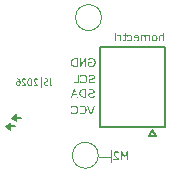
<source format=gbr>
%TF.GenerationSoftware,KiCad,Pcbnew,8.0.3*%
%TF.CreationDate,2026-01-07T02:22:38-05:00*%
%TF.ProjectId,lux-module,6c75782d-6d6f-4647-956c-652e6b696361,A*%
%TF.SameCoordinates,Original*%
%TF.FileFunction,Legend,Bot*%
%TF.FilePolarity,Positive*%
%FSLAX46Y46*%
G04 Gerber Fmt 4.6, Leading zero omitted, Abs format (unit mm)*
G04 Created by KiCad (PCBNEW 8.0.3) date 2026-01-07 02:22:38*
%MOMM*%
%LPD*%
G01*
G04 APERTURE LIST*
%ADD10C,0.100000*%
%ADD11C,0.200000*%
%ADD12C,0.127000*%
G04 APERTURE END LIST*
D10*
X127110000Y-56960000D02*
X126680000Y-56670000D01*
X127110000Y-56370000D01*
X127110000Y-56960000D01*
G36*
X127110000Y-56960000D02*
G01*
X126680000Y-56670000D01*
X127110000Y-56370000D01*
X127110000Y-56960000D01*
G37*
X126570000Y-57670000D02*
X126140000Y-57380000D01*
X126570000Y-57080000D01*
X126570000Y-57670000D01*
G36*
X126570000Y-57670000D02*
G01*
X126140000Y-57380000D01*
X126570000Y-57080000D01*
X126570000Y-57670000D01*
G37*
D11*
X127000000Y-57370000D02*
X126600000Y-57370000D01*
X127540000Y-56660000D02*
X127140000Y-56660000D01*
D10*
X134070000Y-59850000D02*
G75*
G02*
X131870000Y-59850000I-1100000J0D01*
G01*
X131870000Y-59850000D02*
G75*
G02*
X134070000Y-59850000I1100000J0D01*
G01*
X135135752Y-60440000D02*
X135135752Y-59440000D01*
X134125752Y-59960000D02*
X135125752Y-59960000D01*
X134340000Y-48190000D02*
G75*
G02*
X132140000Y-48190000I-1100000J0D01*
G01*
X132140000Y-48190000D02*
G75*
G02*
X134340000Y-48190000I1100000J0D01*
G01*
G36*
X129295516Y-53202984D02*
G01*
X129211741Y-53202984D01*
X129211741Y-54133061D01*
X129295516Y-54133061D01*
X129295516Y-53202984D01*
G37*
G36*
X139221957Y-50201000D02*
G01*
X139312400Y-50201000D01*
X139312400Y-49899408D01*
X139313511Y-49863975D01*
X139316845Y-49830849D01*
X139324993Y-49796295D01*
X139332575Y-49780755D01*
X139357849Y-49755924D01*
X139367281Y-49751177D01*
X139400768Y-49742803D01*
X139425924Y-49741432D01*
X139461297Y-49745414D01*
X139495667Y-49756316D01*
X139503203Y-49759555D01*
X139535450Y-49775777D01*
X139566625Y-49795273D01*
X139580652Y-49805375D01*
X139580652Y-50201000D01*
X139671095Y-50201000D01*
X139671095Y-49456938D01*
X139580652Y-49456938D01*
X139580652Y-49727755D01*
X139551276Y-49705692D01*
X139521213Y-49687225D01*
X139493286Y-49673557D01*
X139458969Y-49661576D01*
X139423979Y-49655124D01*
X139400279Y-49653896D01*
X139364186Y-49656383D01*
X139327785Y-49665316D01*
X139296556Y-49680746D01*
X139267606Y-49705870D01*
X139247634Y-49734711D01*
X139233369Y-49769258D01*
X139225568Y-49804167D01*
X139222135Y-49843444D01*
X139221957Y-49855469D01*
X139221957Y-50201000D01*
G37*
G36*
X138855429Y-49654189D02*
G01*
X138895394Y-49658587D01*
X138932077Y-49668262D01*
X138965478Y-49683214D01*
X138995597Y-49703444D01*
X139022435Y-49728951D01*
X139041743Y-49753725D01*
X139060592Y-49786936D01*
X139074729Y-49823946D01*
X139082910Y-49857689D01*
X139087819Y-49894070D01*
X139089455Y-49933090D01*
X139088408Y-49964553D01*
X139084154Y-50001494D01*
X139076627Y-50035780D01*
X139063275Y-50073418D01*
X139045211Y-50107234D01*
X139022435Y-50137228D01*
X139009426Y-50150580D01*
X138980948Y-50173344D01*
X138949187Y-50190855D01*
X138914145Y-50203113D01*
X138875821Y-50210118D01*
X138841378Y-50211942D01*
X138827430Y-50211650D01*
X138787725Y-50207272D01*
X138751230Y-50197641D01*
X138717945Y-50182756D01*
X138687870Y-50162619D01*
X138661004Y-50137228D01*
X138641598Y-50112499D01*
X138622653Y-50079320D01*
X138608443Y-50042318D01*
X138600221Y-50008563D01*
X138595287Y-49972154D01*
X138593642Y-49933090D01*
X138686992Y-49933090D01*
X138687153Y-49945462D01*
X138689567Y-49980256D01*
X138696045Y-50016442D01*
X138708278Y-50051988D01*
X138728196Y-50084569D01*
X138744677Y-50101826D01*
X138773501Y-50121016D01*
X138807248Y-50132173D01*
X138841378Y-50135347D01*
X138863407Y-50134095D01*
X138899104Y-50125530D01*
X138929716Y-50108850D01*
X138955244Y-50084056D01*
X138962546Y-50073985D01*
X138978508Y-50042999D01*
X138989362Y-50006008D01*
X138994669Y-49968715D01*
X138996106Y-49933090D01*
X138995947Y-49920452D01*
X138993573Y-49885015D01*
X138987202Y-49848367D01*
X138975173Y-49812674D01*
X138955586Y-49780413D01*
X138939173Y-49763447D01*
X138910225Y-49744580D01*
X138876085Y-49733610D01*
X138841378Y-49730490D01*
X138819447Y-49731709D01*
X138783885Y-49740046D01*
X138753354Y-49756281D01*
X138727854Y-49780413D01*
X138718277Y-49793720D01*
X138702953Y-49825285D01*
X138693736Y-49858322D01*
X138688428Y-49896414D01*
X138686992Y-49933090D01*
X138593642Y-49933090D01*
X138594695Y-49901663D01*
X138598971Y-49864754D01*
X138606536Y-49830483D01*
X138619956Y-49792841D01*
X138638112Y-49758997D01*
X138661004Y-49728951D01*
X138674036Y-49715538D01*
X138702507Y-49692669D01*
X138734187Y-49675078D01*
X138769077Y-49662764D01*
X138807176Y-49655728D01*
X138841378Y-49653896D01*
X138855429Y-49654189D01*
G37*
G36*
X137673311Y-50201000D02*
G01*
X137763754Y-50201000D01*
X137763754Y-49899408D01*
X137764671Y-49863753D01*
X137767002Y-49833414D01*
X137773587Y-49798672D01*
X137780167Y-49782636D01*
X137803212Y-49756899D01*
X137811796Y-49751861D01*
X137844802Y-49742899D01*
X137871465Y-49741432D01*
X137907086Y-49745564D01*
X137940399Y-49756878D01*
X137947547Y-49760239D01*
X137978385Y-49777073D01*
X138009224Y-49797294D01*
X138023457Y-49807769D01*
X138021064Y-49833243D01*
X138020038Y-49861966D01*
X138020038Y-50201000D01*
X138110481Y-50201000D01*
X138110481Y-49899408D01*
X138111293Y-49865129D01*
X138113729Y-49832730D01*
X138120314Y-49798282D01*
X138126894Y-49782294D01*
X138149939Y-49756603D01*
X138158524Y-49751690D01*
X138193554Y-49742644D01*
X138218192Y-49741432D01*
X138253011Y-49745414D01*
X138285577Y-49756316D01*
X138292564Y-49759555D01*
X138322708Y-49775777D01*
X138352852Y-49795273D01*
X138366765Y-49805375D01*
X138366765Y-50201000D01*
X138457208Y-50201000D01*
X138457208Y-49664838D01*
X138366765Y-49664838D01*
X138366765Y-49724335D01*
X138337655Y-49703249D01*
X138305991Y-49684163D01*
X138282306Y-49672531D01*
X138249993Y-49661175D01*
X138216140Y-49655060D01*
X138192718Y-49653896D01*
X138156966Y-49656502D01*
X138122481Y-49665289D01*
X138099710Y-49675951D01*
X138071810Y-49696553D01*
X138048959Y-49725052D01*
X138042606Y-49736816D01*
X138012506Y-49714034D01*
X137983948Y-49695120D01*
X137951137Y-49677255D01*
X137942588Y-49673386D01*
X137907847Y-49661509D01*
X137871326Y-49655114D01*
X137845990Y-49653896D01*
X137809470Y-49656440D01*
X137773181Y-49665579D01*
X137742706Y-49681364D01*
X137715369Y-49707067D01*
X137696969Y-49736282D01*
X137683825Y-49770754D01*
X137676638Y-49805229D01*
X137673475Y-49843730D01*
X137673311Y-49855469D01*
X137673311Y-50201000D01*
G37*
G36*
X137303040Y-49654569D02*
G01*
X137337259Y-49658683D01*
X137375400Y-49668556D01*
X137410356Y-49683815D01*
X137442127Y-49704460D01*
X137470711Y-49730490D01*
X137491398Y-49755687D01*
X137511594Y-49789395D01*
X137526741Y-49826890D01*
X137535506Y-49861028D01*
X137540766Y-49897795D01*
X137542519Y-49937193D01*
X137541346Y-49969167D01*
X137536582Y-50006497D01*
X137528153Y-50040897D01*
X137513200Y-50078310D01*
X137492970Y-50111503D01*
X137467463Y-50140476D01*
X137442580Y-50161064D01*
X137408953Y-50181164D01*
X137371214Y-50196239D01*
X137336624Y-50204963D01*
X137299179Y-50210197D01*
X137258879Y-50211942D01*
X137229747Y-50210927D01*
X137195207Y-50206933D01*
X137158862Y-50199119D01*
X137135140Y-50192312D01*
X137100038Y-50180619D01*
X137065512Y-50167147D01*
X137065512Y-50069695D01*
X137070300Y-50069695D01*
X137086100Y-50081783D01*
X137117853Y-50099484D01*
X137149459Y-50113292D01*
X137156401Y-50115963D01*
X137191012Y-50126732D01*
X137225457Y-50133193D01*
X137259734Y-50135347D01*
X137267430Y-50135243D01*
X137301717Y-50132018D01*
X137335474Y-50123550D01*
X137367531Y-50108804D01*
X137394972Y-50088159D01*
X137396585Y-50086640D01*
X137419447Y-50058782D01*
X137435833Y-50026610D01*
X137441629Y-50009532D01*
X137448616Y-49974518D01*
X137450708Y-49938390D01*
X137054912Y-49938390D01*
X137054912Y-49890689D01*
X137055826Y-49872737D01*
X137142962Y-49872737D01*
X137450708Y-49872737D01*
X137449836Y-49865248D01*
X137441131Y-49830109D01*
X137425179Y-49798811D01*
X137401981Y-49771352D01*
X137387795Y-49759580D01*
X137355091Y-49742022D01*
X137320717Y-49733044D01*
X137286235Y-49730490D01*
X137277360Y-49730636D01*
X137240996Y-49734894D01*
X137207443Y-49746542D01*
X137178866Y-49767762D01*
X137174578Y-49772519D01*
X137155867Y-49802985D01*
X137146009Y-49836992D01*
X137142962Y-49872737D01*
X137055826Y-49872737D01*
X137056986Y-49849945D01*
X137063207Y-49812855D01*
X137073575Y-49779420D01*
X137090914Y-49745031D01*
X137113897Y-49715616D01*
X137137707Y-49694640D01*
X137169922Y-49675654D01*
X137206915Y-49662575D01*
X137242426Y-49656065D01*
X137281448Y-49653896D01*
X137303040Y-49654569D01*
G37*
G36*
X136524050Y-50167147D02*
G01*
X136557277Y-50181725D01*
X136591862Y-50194534D01*
X136609877Y-50200145D01*
X136643757Y-50207783D01*
X136679273Y-50211527D01*
X136696217Y-50211942D01*
X136731613Y-50210289D01*
X136768389Y-50204652D01*
X136802903Y-50195016D01*
X136834648Y-50181298D01*
X136865547Y-50161587D01*
X136886165Y-50143554D01*
X136910240Y-50115231D01*
X136928422Y-50084792D01*
X136940533Y-50056701D01*
X136950631Y-50022086D01*
X136956522Y-49988021D01*
X136959383Y-49951196D01*
X136959682Y-49933944D01*
X136957916Y-49894396D01*
X136952619Y-49857602D01*
X136943791Y-49823564D01*
X136928536Y-49786354D01*
X136908196Y-49753111D01*
X136887362Y-49728438D01*
X136858555Y-49703105D01*
X136826502Y-49683014D01*
X136791203Y-49668164D01*
X136752659Y-49658554D01*
X136718059Y-49654551D01*
X136696217Y-49653896D01*
X136661836Y-49655699D01*
X136627936Y-49661108D01*
X136605603Y-49666718D01*
X136570699Y-49677929D01*
X136538222Y-49691002D01*
X136524050Y-49697664D01*
X136524050Y-49796143D01*
X136528838Y-49796143D01*
X136557586Y-49776135D01*
X136589639Y-49758271D01*
X136614152Y-49747587D01*
X136646818Y-49737169D01*
X136681555Y-49731308D01*
X136699979Y-49730490D01*
X136736417Y-49733728D01*
X136772556Y-49745111D01*
X136803556Y-49764689D01*
X136821367Y-49782294D01*
X136840815Y-49811134D01*
X136854706Y-49846023D01*
X136862303Y-49881512D01*
X136865429Y-49915616D01*
X136865819Y-49933944D01*
X136864293Y-49968780D01*
X136858652Y-50005426D01*
X136847117Y-50042038D01*
X136830154Y-50073029D01*
X136822393Y-50083201D01*
X136795084Y-50108408D01*
X136762202Y-50125366D01*
X136728297Y-50133514D01*
X136699979Y-50135347D01*
X136665384Y-50132609D01*
X136644242Y-50128337D01*
X136611037Y-50117758D01*
X136593293Y-50109872D01*
X136562923Y-50092969D01*
X136556364Y-50088843D01*
X136528838Y-50069695D01*
X136524050Y-50069695D01*
X136524050Y-50167147D01*
G37*
G36*
X136132016Y-50196212D02*
G01*
X136165663Y-50203826D01*
X136187581Y-50207496D01*
X136222590Y-50211316D01*
X136241095Y-50211942D01*
X136279756Y-50209185D01*
X136313501Y-50200914D01*
X136345589Y-50185019D01*
X136366245Y-50167831D01*
X136386907Y-50138800D01*
X136399596Y-50105909D01*
X136406316Y-50071661D01*
X136408946Y-50032307D01*
X136408988Y-50026268D01*
X136408988Y-49741432D01*
X136470195Y-49741432D01*
X136470195Y-49664838D01*
X136408988Y-49664838D01*
X136408988Y-49511648D01*
X136318715Y-49511648D01*
X136318715Y-49664838D01*
X136132016Y-49664838D01*
X136132016Y-49741432D01*
X136318715Y-49741432D01*
X136318715Y-49987116D01*
X136318302Y-50022932D01*
X136316835Y-50053623D01*
X136308468Y-50087636D01*
X136303328Y-50098247D01*
X136279842Y-50123424D01*
X136274263Y-50126457D01*
X136239508Y-50134479D01*
X136217672Y-50135347D01*
X136183435Y-50130731D01*
X136171510Y-50127140D01*
X136138910Y-50114513D01*
X136136803Y-50113463D01*
X136132016Y-50113463D01*
X136132016Y-50196212D01*
G37*
G36*
X135690059Y-49763316D02*
G01*
X135694846Y-49763316D01*
X135729366Y-49755631D01*
X135734169Y-49754939D01*
X135769522Y-49752464D01*
X135778963Y-49752374D01*
X135815059Y-49755941D01*
X135850041Y-49766642D01*
X135859832Y-49771010D01*
X135891025Y-49787818D01*
X135921258Y-49808239D01*
X135934888Y-49818882D01*
X135934888Y-50201000D01*
X136025331Y-50201000D01*
X136025331Y-49664838D01*
X135934888Y-49664838D01*
X135934888Y-49743997D01*
X135905608Y-49721667D01*
X135875455Y-49701551D01*
X135845179Y-49685132D01*
X135840000Y-49682789D01*
X135806239Y-49671166D01*
X135771915Y-49665469D01*
X135755882Y-49664838D01*
X135721859Y-49666034D01*
X135690059Y-49670651D01*
X135690059Y-49763316D01*
G37*
G36*
X135516011Y-50201000D02*
G01*
X135606454Y-50201000D01*
X135606454Y-49456938D01*
X135516011Y-49456938D01*
X135516011Y-50201000D01*
G37*
G36*
X128585648Y-53934925D02*
G01*
X128586845Y-53950483D01*
X128590265Y-53961938D01*
X128596078Y-53968777D01*
X128603942Y-53971000D01*
X128947763Y-53971000D01*
X128959560Y-53969290D01*
X128968279Y-53963819D01*
X128973579Y-53952535D01*
X128975118Y-53934583D01*
X128974434Y-53917657D01*
X128971357Y-53904663D01*
X128965373Y-53893550D01*
X128955969Y-53881582D01*
X128835265Y-53755064D01*
X128810721Y-53727986D01*
X128787503Y-53700322D01*
X128768244Y-53674879D01*
X128748329Y-53644974D01*
X128731018Y-53613761D01*
X128729263Y-53610082D01*
X128716336Y-53577293D01*
X128711311Y-53557081D01*
X128707144Y-53522909D01*
X128706866Y-53512287D01*
X128712102Y-53477786D01*
X128713705Y-53473135D01*
X128730845Y-53443289D01*
X128733196Y-53440651D01*
X128761603Y-53420014D01*
X128765167Y-53418424D01*
X128798635Y-53410611D01*
X128809277Y-53410218D01*
X128843632Y-53413758D01*
X128861936Y-53419279D01*
X128893640Y-53433737D01*
X128902798Y-53438941D01*
X128931462Y-53458035D01*
X128932205Y-53458602D01*
X128949644Y-53467664D01*
X128955799Y-53465612D01*
X128960073Y-53459115D01*
X128962808Y-53446976D01*
X128963663Y-53428854D01*
X128963150Y-53415689D01*
X128961441Y-53406115D01*
X128958363Y-53398592D01*
X128950669Y-53389702D01*
X128930666Y-53375340D01*
X128899048Y-53359028D01*
X128895104Y-53357388D01*
X128862175Y-53346110D01*
X128848087Y-53342514D01*
X128813099Y-53337086D01*
X128793890Y-53336359D01*
X128759079Y-53338475D01*
X128723541Y-53346176D01*
X128714902Y-53349182D01*
X128683828Y-53364355D01*
X128658653Y-53384230D01*
X128637026Y-53411561D01*
X128625143Y-53436034D01*
X128616157Y-53470361D01*
X128614030Y-53498780D01*
X128615898Y-53534453D01*
X128619330Y-53558791D01*
X128628290Y-53591798D01*
X128641727Y-53623247D01*
X128659599Y-53655004D01*
X128679554Y-53684672D01*
X128691137Y-53700354D01*
X128713296Y-53728107D01*
X128736780Y-53755225D01*
X128760470Y-53781034D01*
X128776622Y-53797978D01*
X128875101Y-53899876D01*
X128604455Y-53899876D01*
X128596933Y-53902099D01*
X128590778Y-53908766D01*
X128586845Y-53919709D01*
X128585648Y-53934925D01*
G37*
G36*
X128310838Y-53338225D02*
G01*
X128347188Y-53345575D01*
X128381681Y-53359953D01*
X128401781Y-53372882D01*
X128428124Y-53396845D01*
X128449898Y-53426289D01*
X128451498Y-53428988D01*
X128467265Y-53460854D01*
X128478689Y-53493295D01*
X128487341Y-53529042D01*
X128491234Y-53551903D01*
X128495563Y-53587771D01*
X128498080Y-53625533D01*
X128498796Y-53660689D01*
X128498435Y-53689113D01*
X128496832Y-53725087D01*
X128493496Y-53762925D01*
X128488538Y-53797978D01*
X128481645Y-53830150D01*
X128470172Y-53865431D01*
X128453831Y-53898850D01*
X128444051Y-53913482D01*
X128419110Y-53940442D01*
X128389033Y-53960912D01*
X128359229Y-53972885D01*
X128325061Y-53979888D01*
X128290212Y-53981942D01*
X128256871Y-53980089D01*
X128220382Y-53972792D01*
X128185921Y-53958519D01*
X128165735Y-53945514D01*
X128139265Y-53921480D01*
X128117362Y-53892011D01*
X128115731Y-53889313D01*
X128099730Y-53857494D01*
X128088270Y-53825167D01*
X128079748Y-53789600D01*
X128075913Y-53766780D01*
X128071649Y-53730881D01*
X128069170Y-53692981D01*
X128068583Y-53663595D01*
X128153094Y-53663595D01*
X128153583Y-53695730D01*
X128155317Y-53730787D01*
X128157715Y-53756169D01*
X128163353Y-53790626D01*
X128167280Y-53807363D01*
X128178740Y-53840891D01*
X128183174Y-53850529D01*
X128203018Y-53879872D01*
X128208678Y-53885699D01*
X128238066Y-53904834D01*
X128251434Y-53909432D01*
X128285425Y-53913554D01*
X128311793Y-53911240D01*
X128344239Y-53899534D01*
X128363846Y-53884027D01*
X128384246Y-53854569D01*
X128389786Y-53842263D01*
X128400421Y-53808594D01*
X128406985Y-53774213D01*
X128408668Y-53761575D01*
X128411894Y-53727103D01*
X128413598Y-53692568D01*
X128414166Y-53654705D01*
X128413845Y-53628974D01*
X128412162Y-53591980D01*
X128409036Y-53556910D01*
X128407565Y-53545722D01*
X128400751Y-53511871D01*
X128389033Y-53477580D01*
X128372882Y-53448914D01*
X128348855Y-53424237D01*
X128317446Y-53409029D01*
X128282519Y-53404747D01*
X128275419Y-53404897D01*
X128240973Y-53410902D01*
X128237516Y-53412088D01*
X128207976Y-53430221D01*
X128202734Y-53435481D01*
X128183356Y-53464244D01*
X128176651Y-53479299D01*
X128166430Y-53513313D01*
X128160703Y-53544087D01*
X128156514Y-53579307D01*
X128155529Y-53591192D01*
X128153659Y-53627003D01*
X128153094Y-53663595D01*
X128068583Y-53663595D01*
X128068464Y-53657612D01*
X128068831Y-53629187D01*
X128070460Y-53593214D01*
X128073852Y-53555375D01*
X128078893Y-53520323D01*
X128085800Y-53488164D01*
X128097326Y-53452936D01*
X128113771Y-53419621D01*
X128123493Y-53404937D01*
X128148349Y-53377947D01*
X128178398Y-53357559D01*
X128208263Y-53345489D01*
X128242613Y-53338429D01*
X128277732Y-53336359D01*
X128310838Y-53338225D01*
G37*
G36*
X127592655Y-53934925D02*
G01*
X127593852Y-53950483D01*
X127597271Y-53961938D01*
X127603084Y-53968777D01*
X127610949Y-53971000D01*
X127954769Y-53971000D01*
X127966566Y-53969290D01*
X127975286Y-53963819D01*
X127980586Y-53952535D01*
X127982124Y-53934583D01*
X127981441Y-53917657D01*
X127978363Y-53904663D01*
X127972379Y-53893550D01*
X127962976Y-53881582D01*
X127842271Y-53755064D01*
X127817727Y-53727986D01*
X127794509Y-53700322D01*
X127775251Y-53674879D01*
X127755335Y-53644974D01*
X127738025Y-53613761D01*
X127736270Y-53610082D01*
X127723342Y-53577293D01*
X127718318Y-53557081D01*
X127714150Y-53522909D01*
X127713872Y-53512287D01*
X127719108Y-53477786D01*
X127720711Y-53473135D01*
X127737852Y-53443289D01*
X127740202Y-53440651D01*
X127768609Y-53420014D01*
X127772173Y-53418424D01*
X127805641Y-53410611D01*
X127816284Y-53410218D01*
X127850638Y-53413758D01*
X127868942Y-53419279D01*
X127900647Y-53433737D01*
X127909804Y-53438941D01*
X127938468Y-53458035D01*
X127939211Y-53458602D01*
X127956650Y-53467664D01*
X127962805Y-53465612D01*
X127967079Y-53459115D01*
X127969815Y-53446976D01*
X127970669Y-53428854D01*
X127970157Y-53415689D01*
X127968447Y-53406115D01*
X127965369Y-53398592D01*
X127957676Y-53389702D01*
X127937672Y-53375340D01*
X127906054Y-53359028D01*
X127902110Y-53357388D01*
X127869181Y-53346110D01*
X127855094Y-53342514D01*
X127820105Y-53337086D01*
X127800896Y-53336359D01*
X127766085Y-53338475D01*
X127730547Y-53346176D01*
X127721908Y-53349182D01*
X127690834Y-53364355D01*
X127665659Y-53384230D01*
X127644033Y-53411561D01*
X127632149Y-53436034D01*
X127623163Y-53470361D01*
X127621036Y-53498780D01*
X127622904Y-53534453D01*
X127626336Y-53558791D01*
X127635297Y-53591798D01*
X127648733Y-53623247D01*
X127666605Y-53655004D01*
X127686561Y-53684672D01*
X127698143Y-53700354D01*
X127720303Y-53728107D01*
X127743786Y-53755225D01*
X127767476Y-53781034D01*
X127783628Y-53797978D01*
X127882107Y-53899876D01*
X127611461Y-53899876D01*
X127603939Y-53902099D01*
X127597784Y-53908766D01*
X127593852Y-53919709D01*
X127592655Y-53934925D01*
G37*
G36*
X127252869Y-53337054D02*
G01*
X127288584Y-53341482D01*
X127323206Y-53350891D01*
X127330578Y-53353708D01*
X127362395Y-53369275D01*
X127391765Y-53390385D01*
X127395297Y-53393540D01*
X127419399Y-53419416D01*
X127439295Y-53449199D01*
X127442784Y-53455555D01*
X127458156Y-53488551D01*
X127469385Y-53521177D01*
X127472019Y-53530797D01*
X127479640Y-53565182D01*
X127484773Y-53600678D01*
X127485774Y-53610966D01*
X127488229Y-53646762D01*
X127489047Y-53682231D01*
X127488955Y-53696305D01*
X127487857Y-53731609D01*
X127485286Y-53767545D01*
X127485035Y-53770029D01*
X127480114Y-53805800D01*
X127472463Y-53840891D01*
X127463571Y-53868721D01*
X127448869Y-53900560D01*
X127436808Y-53919025D01*
X127412110Y-53944670D01*
X127392921Y-53957873D01*
X127360307Y-53972196D01*
X127325959Y-53979800D01*
X127291406Y-53981942D01*
X127268315Y-53981099D01*
X127231966Y-53975733D01*
X127197201Y-53964332D01*
X127187421Y-53959707D01*
X127156683Y-53940704D01*
X127131378Y-53917315D01*
X127126624Y-53911721D01*
X127106415Y-53881365D01*
X127092909Y-53849440D01*
X127089944Y-53839780D01*
X127082679Y-53805298D01*
X127080736Y-53776778D01*
X127164033Y-53776778D01*
X127164718Y-53792689D01*
X127171043Y-53826872D01*
X127175539Y-53840232D01*
X127192927Y-53870811D01*
X127201902Y-53881152D01*
X127230369Y-53901928D01*
X127248449Y-53909012D01*
X127283712Y-53913554D01*
X127303628Y-53912281D01*
X127336713Y-53902782D01*
X127351360Y-53893563D01*
X127374497Y-53866537D01*
X127375431Y-53864929D01*
X127389205Y-53832685D01*
X127397578Y-53799175D01*
X127402056Y-53767855D01*
X127404675Y-53731728D01*
X127405443Y-53694712D01*
X127377745Y-53678641D01*
X127345945Y-53665647D01*
X127344907Y-53665297D01*
X127311580Y-53656928D01*
X127310469Y-53656728D01*
X127276018Y-53653679D01*
X127257145Y-53654531D01*
X127222676Y-53662399D01*
X127216103Y-53665299D01*
X127187969Y-53687018D01*
X127182644Y-53694318D01*
X127169504Y-53726000D01*
X127166389Y-53742336D01*
X127164033Y-53776778D01*
X127080736Y-53776778D01*
X127080258Y-53769768D01*
X127080267Y-53767348D01*
X127082566Y-53732368D01*
X127089490Y-53697789D01*
X127100728Y-53668610D01*
X127120094Y-53640173D01*
X127144799Y-53618374D01*
X127176172Y-53601875D01*
X127189682Y-53597169D01*
X127225553Y-53589974D01*
X127261144Y-53588027D01*
X127271327Y-53588199D01*
X127305425Y-53591617D01*
X127310562Y-53592549D01*
X127344577Y-53601020D01*
X127345729Y-53601385D01*
X127378771Y-53614014D01*
X127406810Y-53628376D01*
X127405997Y-53611878D01*
X127402172Y-53576877D01*
X127395526Y-53542891D01*
X127393575Y-53535252D01*
X127382047Y-53501910D01*
X127365265Y-53470399D01*
X127363971Y-53468456D01*
X127341842Y-53442318D01*
X127312606Y-53420647D01*
X127304335Y-53416279D01*
X127269894Y-53405087D01*
X127235669Y-53402011D01*
X127226653Y-53402132D01*
X127192585Y-53405431D01*
X127161127Y-53412953D01*
X127139071Y-53420305D01*
X127124539Y-53423725D01*
X127117700Y-53421844D01*
X127113255Y-53416031D01*
X127111374Y-53405944D01*
X127111032Y-53391069D01*
X127111545Y-53379785D01*
X127113084Y-53371579D01*
X127115648Y-53364911D01*
X127120778Y-53359269D01*
X127134626Y-53352259D01*
X127160614Y-53344224D01*
X127194295Y-53338581D01*
X127195438Y-53338445D01*
X127230369Y-53336359D01*
X127252869Y-53337054D01*
G37*
G36*
X133213482Y-54757203D02*
G01*
X133217212Y-54793210D01*
X133227357Y-54826293D01*
X133232972Y-54838927D01*
X133251376Y-54869679D01*
X133274915Y-54896367D01*
X133287512Y-54907315D01*
X133318166Y-54928264D01*
X133349434Y-54944173D01*
X133377271Y-54954845D01*
X133411275Y-54963861D01*
X133445390Y-54969120D01*
X133482832Y-54971674D01*
X133500540Y-54971942D01*
X133538293Y-54971055D01*
X133574100Y-54968394D01*
X133612059Y-54963280D01*
X133639881Y-54957751D01*
X133674774Y-54948577D01*
X133710019Y-54937213D01*
X133745616Y-54923657D01*
X133765544Y-54915180D01*
X133765544Y-54796868D01*
X133758876Y-54796868D01*
X133730645Y-54816690D01*
X133700319Y-54834097D01*
X133667899Y-54849089D01*
X133633384Y-54861666D01*
X133598292Y-54871614D01*
X133564312Y-54878720D01*
X133527413Y-54883317D01*
X133499685Y-54884405D01*
X133462821Y-54882924D01*
X133425298Y-54877605D01*
X133388961Y-54866998D01*
X133361884Y-54853459D01*
X133333850Y-54829622D01*
X133316539Y-54798042D01*
X133312644Y-54770539D01*
X133316510Y-54736429D01*
X133331881Y-54705681D01*
X133336067Y-54701296D01*
X133365389Y-54681378D01*
X133398150Y-54668846D01*
X133406849Y-54666418D01*
X133441984Y-54658316D01*
X133477149Y-54652043D01*
X133484982Y-54650860D01*
X133520001Y-54645295D01*
X133553829Y-54639156D01*
X133574228Y-54635131D01*
X133608209Y-54626638D01*
X133643477Y-54614222D01*
X133678013Y-54596727D01*
X133706394Y-54575706D01*
X133715450Y-54566914D01*
X133737599Y-54537481D01*
X133752499Y-54503423D01*
X133759659Y-54469266D01*
X133761270Y-54441251D01*
X133757637Y-54403893D01*
X133746740Y-54369612D01*
X133728578Y-54338406D01*
X133703150Y-54310277D01*
X133685359Y-54295584D01*
X133655398Y-54276294D01*
X133622575Y-54260995D01*
X133586892Y-54249687D01*
X133548348Y-54242370D01*
X133514042Y-54239321D01*
X133492505Y-54238822D01*
X133455511Y-54239731D01*
X133420099Y-54242455D01*
X133382151Y-54247692D01*
X133354019Y-54253355D01*
X133319682Y-54262070D01*
X133284225Y-54273023D01*
X133251608Y-54285311D01*
X133242376Y-54289258D01*
X133242376Y-54402953D01*
X133249043Y-54402953D01*
X133280187Y-54381601D01*
X133313793Y-54364504D01*
X133348350Y-54351001D01*
X133356584Y-54348243D01*
X133390040Y-54338669D01*
X133423903Y-54331830D01*
X133458172Y-54327727D01*
X133492847Y-54326359D01*
X133529188Y-54328207D01*
X133565603Y-54334707D01*
X133600511Y-54347416D01*
X133615774Y-54355937D01*
X133642153Y-54378292D01*
X133659211Y-54409920D01*
X133662107Y-54432189D01*
X133657689Y-54467186D01*
X133641821Y-54498367D01*
X133639026Y-54501603D01*
X133609686Y-54522573D01*
X133575125Y-54535616D01*
X133557815Y-54540071D01*
X133523254Y-54546961D01*
X133487382Y-54553393D01*
X133470279Y-54556314D01*
X133436489Y-54562241D01*
X133400393Y-54569486D01*
X133374023Y-54575633D01*
X133340981Y-54585848D01*
X133307848Y-54600006D01*
X133276473Y-54619102D01*
X133253831Y-54638892D01*
X133232553Y-54668591D01*
X133220141Y-54700974D01*
X133214112Y-54738712D01*
X133213482Y-54757203D01*
G37*
G36*
X133064225Y-54961000D02*
G01*
X132883510Y-54961000D01*
X132871328Y-54960947D01*
X132836578Y-54960166D01*
X132799440Y-54958069D01*
X132761485Y-54954110D01*
X132724508Y-54947664D01*
X132717008Y-54945931D01*
X132680830Y-54935306D01*
X132646856Y-54921408D01*
X132615087Y-54904237D01*
X132597872Y-54892788D01*
X132569855Y-54870103D01*
X132544522Y-54844047D01*
X132521871Y-54814620D01*
X132501905Y-54781823D01*
X132487437Y-54751629D01*
X132474341Y-54714793D01*
X132465320Y-54676222D01*
X132460830Y-54641781D01*
X132459333Y-54606066D01*
X132459385Y-54604698D01*
X132559009Y-54604698D01*
X132559946Y-54634202D01*
X132564114Y-54670587D01*
X132572787Y-54707483D01*
X132585680Y-54740106D01*
X132590915Y-54750053D01*
X132611752Y-54780560D01*
X132637798Y-54806994D01*
X132665694Y-54827301D01*
X132693333Y-54842244D01*
X132725626Y-54854941D01*
X132759898Y-54863718D01*
X132772953Y-54866002D01*
X132807999Y-54870379D01*
X132842481Y-54872692D01*
X132879748Y-54873463D01*
X132969166Y-54873463D01*
X132969166Y-54337301D01*
X132879748Y-54337301D01*
X132871530Y-54337336D01*
X132836364Y-54338372D01*
X132800781Y-54341203D01*
X132765882Y-54346362D01*
X132742363Y-54351791D01*
X132708327Y-54363299D01*
X132675781Y-54378847D01*
X132658321Y-54389476D01*
X132630448Y-54411553D01*
X132607146Y-54437417D01*
X132588415Y-54467067D01*
X132574200Y-54500557D01*
X132565470Y-54533755D01*
X132560416Y-54570179D01*
X132559009Y-54604698D01*
X132459385Y-54604698D01*
X132460770Y-54568205D01*
X132465079Y-54532327D01*
X132472262Y-54498433D01*
X132484273Y-54461397D01*
X132500195Y-54427060D01*
X132510915Y-54408641D01*
X132532106Y-54378683D01*
X132556389Y-54351620D01*
X132583764Y-54327454D01*
X132614232Y-54306184D01*
X132619649Y-54302937D01*
X132652120Y-54286654D01*
X132685566Y-54274165D01*
X132718866Y-54264810D01*
X132739205Y-54260475D01*
X132776124Y-54255068D01*
X132812846Y-54251880D01*
X132847603Y-54250293D01*
X132885390Y-54249764D01*
X133064225Y-54249764D01*
X133064225Y-54961000D01*
G37*
G36*
X132392997Y-54961000D02*
G01*
X132296399Y-54961000D01*
X132226130Y-54764042D01*
X131916503Y-54764042D01*
X131846235Y-54961000D01*
X131744849Y-54961000D01*
X131849073Y-54676505D01*
X131945739Y-54676505D01*
X132197236Y-54676505D01*
X132071231Y-54332343D01*
X131945739Y-54676505D01*
X131849073Y-54676505D01*
X132005408Y-54249764D01*
X132132267Y-54249764D01*
X132392997Y-54961000D01*
G37*
G36*
X133263482Y-53547203D02*
G01*
X133267212Y-53583210D01*
X133277357Y-53616293D01*
X133282972Y-53628927D01*
X133301376Y-53659679D01*
X133324915Y-53686367D01*
X133337512Y-53697315D01*
X133368166Y-53718264D01*
X133399434Y-53734173D01*
X133427271Y-53744845D01*
X133461275Y-53753861D01*
X133495390Y-53759120D01*
X133532832Y-53761674D01*
X133550540Y-53761942D01*
X133588293Y-53761055D01*
X133624100Y-53758394D01*
X133662059Y-53753280D01*
X133689881Y-53747751D01*
X133724774Y-53738577D01*
X133760019Y-53727213D01*
X133795616Y-53713657D01*
X133815544Y-53705180D01*
X133815544Y-53586868D01*
X133808876Y-53586868D01*
X133780645Y-53606690D01*
X133750319Y-53624097D01*
X133717899Y-53639089D01*
X133683384Y-53651666D01*
X133648292Y-53661614D01*
X133614312Y-53668720D01*
X133577413Y-53673317D01*
X133549685Y-53674405D01*
X133512821Y-53672924D01*
X133475298Y-53667605D01*
X133438961Y-53656998D01*
X133411884Y-53643459D01*
X133383850Y-53619622D01*
X133366539Y-53588042D01*
X133362644Y-53560539D01*
X133366510Y-53526429D01*
X133381881Y-53495681D01*
X133386067Y-53491296D01*
X133415389Y-53471378D01*
X133448150Y-53458846D01*
X133456849Y-53456418D01*
X133491984Y-53448316D01*
X133527149Y-53442043D01*
X133534982Y-53440860D01*
X133570001Y-53435295D01*
X133603829Y-53429156D01*
X133624228Y-53425131D01*
X133658209Y-53416638D01*
X133693477Y-53404222D01*
X133728013Y-53386727D01*
X133756394Y-53365706D01*
X133765450Y-53356914D01*
X133787599Y-53327481D01*
X133802499Y-53293423D01*
X133809659Y-53259266D01*
X133811270Y-53231251D01*
X133807637Y-53193893D01*
X133796740Y-53159612D01*
X133778578Y-53128406D01*
X133753150Y-53100277D01*
X133735359Y-53085584D01*
X133705398Y-53066294D01*
X133672575Y-53050995D01*
X133636892Y-53039687D01*
X133598348Y-53032370D01*
X133564042Y-53029321D01*
X133542505Y-53028822D01*
X133505511Y-53029731D01*
X133470099Y-53032455D01*
X133432151Y-53037692D01*
X133404019Y-53043355D01*
X133369682Y-53052070D01*
X133334225Y-53063023D01*
X133301608Y-53075311D01*
X133292376Y-53079258D01*
X133292376Y-53192953D01*
X133299043Y-53192953D01*
X133330187Y-53171601D01*
X133363793Y-53154504D01*
X133398350Y-53141001D01*
X133406584Y-53138243D01*
X133440040Y-53128669D01*
X133473903Y-53121830D01*
X133508172Y-53117727D01*
X133542847Y-53116359D01*
X133579188Y-53118207D01*
X133615603Y-53124707D01*
X133650511Y-53137416D01*
X133665774Y-53145937D01*
X133692153Y-53168292D01*
X133709211Y-53199920D01*
X133712107Y-53222189D01*
X133707689Y-53257186D01*
X133691821Y-53288367D01*
X133689026Y-53291603D01*
X133659686Y-53312573D01*
X133625125Y-53325616D01*
X133607815Y-53330071D01*
X133573254Y-53336961D01*
X133537382Y-53343393D01*
X133520279Y-53346314D01*
X133486489Y-53352241D01*
X133450393Y-53359486D01*
X133424023Y-53365633D01*
X133390981Y-53375848D01*
X133357848Y-53390006D01*
X133326473Y-53409102D01*
X133303831Y-53428892D01*
X133282553Y-53458591D01*
X133270141Y-53490974D01*
X133264112Y-53528712D01*
X133263482Y-53547203D01*
G37*
G36*
X132561308Y-53697486D02*
G01*
X132593881Y-53711932D01*
X132609180Y-53719028D01*
X132641103Y-53731891D01*
X132665258Y-53740057D01*
X132699771Y-53749386D01*
X132728859Y-53755445D01*
X132764976Y-53760317D01*
X132799454Y-53761916D01*
X132804598Y-53761942D01*
X132842692Y-53760595D01*
X132879013Y-53756556D01*
X132913560Y-53749824D01*
X132946332Y-53740399D01*
X132980810Y-53726265D01*
X133012690Y-53708290D01*
X133041974Y-53686475D01*
X133057121Y-53672695D01*
X133081491Y-53645372D01*
X133102670Y-53614181D01*
X133118816Y-53583209D01*
X133129270Y-53557974D01*
X133140640Y-53521697D01*
X133147923Y-53487657D01*
X133152720Y-53451474D01*
X133155029Y-53413148D01*
X133155258Y-53396066D01*
X133154063Y-53358727D01*
X133150480Y-53323155D01*
X133144508Y-53289350D01*
X133134757Y-53252880D01*
X133130296Y-53239799D01*
X133116362Y-53206684D01*
X133099692Y-53176241D01*
X133077669Y-53145186D01*
X133058147Y-53123369D01*
X133030968Y-53099147D01*
X133000787Y-53078415D01*
X132967604Y-53061172D01*
X132947871Y-53053100D01*
X132914596Y-53042478D01*
X132879569Y-53034892D01*
X132842789Y-53030340D01*
X132804256Y-53028822D01*
X132768172Y-53030175D01*
X132732155Y-53034232D01*
X132696205Y-53040994D01*
X132689023Y-53042671D01*
X132655695Y-53052138D01*
X132620339Y-53064958D01*
X132587208Y-53079170D01*
X132561308Y-53091568D01*
X132561308Y-53203896D01*
X132568489Y-53203896D01*
X132598013Y-53182546D01*
X132627431Y-53164316D01*
X132660398Y-53147537D01*
X132685945Y-53137217D01*
X132719292Y-53127134D01*
X132753938Y-53120351D01*
X132789881Y-53116868D01*
X132810411Y-53116359D01*
X132846517Y-53118359D01*
X132883002Y-53125103D01*
X132908377Y-53133285D01*
X132939624Y-53148624D01*
X132968227Y-53169253D01*
X132985826Y-53185944D01*
X133008659Y-53214570D01*
X133025998Y-53245374D01*
X133037630Y-53273822D01*
X133047368Y-53308657D01*
X133053048Y-53342750D01*
X133055807Y-53379439D01*
X133056095Y-53396579D01*
X133054824Y-53431724D01*
X133050353Y-53468222D01*
X133041611Y-53505001D01*
X133035750Y-53521900D01*
X133020271Y-53555585D01*
X133002045Y-53584704D01*
X132983091Y-53607214D01*
X132956243Y-53630383D01*
X132926222Y-53648599D01*
X132904445Y-53657992D01*
X132870000Y-53667994D01*
X132834112Y-53673379D01*
X132809385Y-53674405D01*
X132771415Y-53672674D01*
X132734823Y-53667481D01*
X132699611Y-53658825D01*
X132680645Y-53652521D01*
X132647402Y-53638480D01*
X132615375Y-53620977D01*
X132584566Y-53600012D01*
X132567976Y-53586868D01*
X132561308Y-53586868D01*
X132561308Y-53697486D01*
G37*
G36*
X131977445Y-53751000D02*
G01*
X132430345Y-53751000D01*
X132430345Y-53039764D01*
X132335286Y-53039764D01*
X132335286Y-53663463D01*
X131977445Y-53663463D01*
X131977445Y-53751000D01*
G37*
G36*
X129957309Y-53796272D02*
G01*
X129958976Y-53831833D01*
X129963977Y-53864318D01*
X129975331Y-53897668D01*
X129987058Y-53916806D01*
X130013018Y-53940883D01*
X130030143Y-53950145D01*
X130064205Y-53959684D01*
X130096308Y-53961942D01*
X130122979Y-53959719D01*
X130147257Y-53954077D01*
X130166406Y-53946725D01*
X130177348Y-53939886D01*
X130181622Y-53934073D01*
X130184528Y-53927064D01*
X130186238Y-53916976D01*
X130186580Y-53902273D01*
X130185896Y-53884834D01*
X130183332Y-53873721D01*
X130178715Y-53867908D01*
X130172219Y-53866198D01*
X130162302Y-53869618D01*
X130147941Y-53877140D01*
X130128450Y-53884663D01*
X130102463Y-53888083D01*
X130074595Y-53883979D01*
X130055275Y-53868934D01*
X130043820Y-53838330D01*
X130040199Y-53804218D01*
X130039888Y-53787552D01*
X130039888Y-53342175D01*
X130038007Y-53336020D01*
X130031339Y-53331233D01*
X130018688Y-53328327D01*
X129998684Y-53327301D01*
X129978852Y-53328327D01*
X129966200Y-53331233D01*
X129959532Y-53336020D01*
X129957309Y-53342175D01*
X129957309Y-53796272D01*
G37*
G36*
X129460642Y-53776781D02*
G01*
X129463294Y-53811041D01*
X129472083Y-53844401D01*
X129476713Y-53855427D01*
X129494559Y-53885353D01*
X129517966Y-53910695D01*
X129521507Y-53913728D01*
X129550491Y-53933576D01*
X129583908Y-53948239D01*
X129588698Y-53949803D01*
X129623685Y-53958101D01*
X129658283Y-53961645D01*
X129672131Y-53961942D01*
X129707658Y-53960194D01*
X129730090Y-53956983D01*
X129764097Y-53949351D01*
X129777791Y-53945187D01*
X129810120Y-53932200D01*
X129812840Y-53930825D01*
X129832501Y-53918002D01*
X129840708Y-53903641D01*
X129843272Y-53879192D01*
X129842418Y-53861069D01*
X129839511Y-53849443D01*
X129834724Y-53843288D01*
X129827885Y-53841579D01*
X129808907Y-53849272D01*
X129778639Y-53865462D01*
X129777449Y-53866027D01*
X129744142Y-53878946D01*
X129731116Y-53882953D01*
X129695881Y-53889520D01*
X129668370Y-53890818D01*
X129633409Y-53887424D01*
X129618960Y-53883637D01*
X129587825Y-53868498D01*
X129580491Y-53862950D01*
X129558727Y-53836186D01*
X129555872Y-53830295D01*
X129547570Y-53796606D01*
X129547152Y-53786013D01*
X129553335Y-53751736D01*
X129559120Y-53740535D01*
X129582620Y-53713805D01*
X129590921Y-53707367D01*
X129620622Y-53688832D01*
X129635886Y-53681209D01*
X129667836Y-53666115D01*
X129687519Y-53656931D01*
X129718445Y-53641206D01*
X129738981Y-53629405D01*
X129768179Y-53608528D01*
X129783775Y-53594014D01*
X129805480Y-53565844D01*
X129815746Y-53546314D01*
X129825562Y-53512077D01*
X129827885Y-53480661D01*
X129824767Y-53445674D01*
X129814568Y-53412495D01*
X129813695Y-53410563D01*
X129795529Y-53380712D01*
X129774371Y-53359101D01*
X129744784Y-53339738D01*
X129714190Y-53327301D01*
X129680290Y-53319447D01*
X129643985Y-53316402D01*
X129638963Y-53316359D01*
X129603932Y-53318671D01*
X129597418Y-53319607D01*
X129563756Y-53326505D01*
X129557923Y-53328156D01*
X129525097Y-53340124D01*
X129506120Y-53350724D01*
X129500136Y-53357392D01*
X129497571Y-53364230D01*
X129496203Y-53374318D01*
X129495690Y-53389534D01*
X129496374Y-53405263D01*
X129498597Y-53416718D01*
X129502700Y-53423557D01*
X129508684Y-53425780D01*
X129525268Y-53419625D01*
X129552965Y-53405605D01*
X129586101Y-53392889D01*
X129591605Y-53391244D01*
X129626627Y-53385261D01*
X129641870Y-53384747D01*
X129677100Y-53388786D01*
X129687177Y-53391928D01*
X129717220Y-53409278D01*
X129718806Y-53410734D01*
X129737613Y-53438773D01*
X129743768Y-53472967D01*
X129737585Y-53506861D01*
X129731800Y-53518103D01*
X129709264Y-53543909D01*
X129699829Y-53551443D01*
X129669738Y-53570293D01*
X129654351Y-53578114D01*
X129622173Y-53593421D01*
X129602547Y-53602734D01*
X129571439Y-53618195D01*
X129550572Y-53629747D01*
X129522167Y-53649136D01*
X129505094Y-53664625D01*
X129483161Y-53692648D01*
X129472951Y-53712154D01*
X129462998Y-53746067D01*
X129460642Y-53776781D01*
G37*
G36*
X135986196Y-60231000D02*
G01*
X136081427Y-60231000D01*
X136081427Y-59617901D01*
X136280436Y-60034042D01*
X136337198Y-60034042D01*
X136534839Y-59617901D01*
X136534839Y-60231000D01*
X136623743Y-60231000D01*
X136623743Y-59519764D01*
X136493977Y-59519764D01*
X136303175Y-59914876D01*
X136118527Y-59519764D01*
X135986196Y-59519764D01*
X135986196Y-60231000D01*
G37*
G36*
X135332407Y-60231000D02*
G01*
X135817107Y-60231000D01*
X135817107Y-60125169D01*
X135788710Y-60101621D01*
X135760258Y-60078100D01*
X135731753Y-60054605D01*
X135715893Y-60041565D01*
X135687885Y-60018044D01*
X135660985Y-59994603D01*
X135635195Y-59971244D01*
X135621346Y-59958302D01*
X135593918Y-59932189D01*
X135569337Y-59907813D01*
X135543598Y-59880853D01*
X135518749Y-59852560D01*
X135497183Y-59824393D01*
X135495000Y-59821184D01*
X135476968Y-59788540D01*
X135465614Y-59754292D01*
X135460939Y-59718442D01*
X135460806Y-59711080D01*
X135465149Y-59676822D01*
X135479795Y-59645763D01*
X135497564Y-59626792D01*
X135529244Y-59608247D01*
X135565508Y-59598766D01*
X135600317Y-59596359D01*
X135637064Y-59598588D01*
X135673088Y-59604603D01*
X135695034Y-59609866D01*
X135729779Y-59620828D01*
X135763958Y-59635144D01*
X135794539Y-59651069D01*
X135799326Y-59651069D01*
X135799326Y-59552420D01*
X135765054Y-59538614D01*
X135732019Y-59528548D01*
X135708199Y-59522500D01*
X135672950Y-59515287D01*
X135638369Y-59510746D01*
X135601100Y-59508836D01*
X135597752Y-59508822D01*
X135558140Y-59510649D01*
X135521882Y-59516131D01*
X135483819Y-59527145D01*
X135450322Y-59543134D01*
X135425244Y-59560797D01*
X135400861Y-59585303D01*
X135380329Y-59617638D01*
X135367619Y-59654589D01*
X135362913Y-59690708D01*
X135362669Y-59701676D01*
X135364960Y-59738018D01*
X135371835Y-59772031D01*
X135373098Y-59776390D01*
X135385835Y-59810029D01*
X135403531Y-59841872D01*
X135423961Y-59870851D01*
X135446066Y-59897554D01*
X135447641Y-59899318D01*
X135471726Y-59925180D01*
X135497842Y-59951304D01*
X135508848Y-59961893D01*
X135534793Y-59986406D01*
X135561165Y-60010534D01*
X135587964Y-60034277D01*
X135615191Y-60057636D01*
X135642173Y-60080375D01*
X135671428Y-60104935D01*
X135699520Y-60128412D01*
X135717602Y-60143463D01*
X135332407Y-60143463D01*
X135332407Y-60231000D01*
G37*
G36*
X133139371Y-55649764D02*
G01*
X133399930Y-56361000D01*
X133526789Y-56361000D01*
X133787519Y-55649764D01*
X133685621Y-55649764D01*
X133460966Y-56275515D01*
X133236482Y-55649764D01*
X133139371Y-55649764D01*
G37*
G36*
X132481308Y-56307486D02*
G01*
X132513881Y-56321932D01*
X132529180Y-56329028D01*
X132561103Y-56341891D01*
X132585258Y-56350057D01*
X132619771Y-56359386D01*
X132648859Y-56365445D01*
X132684976Y-56370317D01*
X132719454Y-56371916D01*
X132724598Y-56371942D01*
X132762692Y-56370595D01*
X132799013Y-56366556D01*
X132833560Y-56359824D01*
X132866332Y-56350399D01*
X132900810Y-56336265D01*
X132932690Y-56318290D01*
X132961974Y-56296475D01*
X132977121Y-56282695D01*
X133001491Y-56255372D01*
X133022670Y-56224181D01*
X133038816Y-56193209D01*
X133049270Y-56167974D01*
X133060640Y-56131697D01*
X133067923Y-56097657D01*
X133072720Y-56061474D01*
X133075029Y-56023148D01*
X133075258Y-56006066D01*
X133074063Y-55968727D01*
X133070480Y-55933155D01*
X133064508Y-55899350D01*
X133054757Y-55862880D01*
X133050296Y-55849799D01*
X133036362Y-55816684D01*
X133019692Y-55786241D01*
X132997669Y-55755186D01*
X132978147Y-55733369D01*
X132950968Y-55709147D01*
X132920787Y-55688415D01*
X132887604Y-55671172D01*
X132867871Y-55663100D01*
X132834596Y-55652478D01*
X132799569Y-55644892D01*
X132762789Y-55640340D01*
X132724256Y-55638822D01*
X132688172Y-55640175D01*
X132652155Y-55644232D01*
X132616205Y-55650994D01*
X132609023Y-55652671D01*
X132575695Y-55662138D01*
X132540339Y-55674958D01*
X132507208Y-55689170D01*
X132481308Y-55701568D01*
X132481308Y-55813896D01*
X132488489Y-55813896D01*
X132518013Y-55792546D01*
X132547431Y-55774316D01*
X132580398Y-55757537D01*
X132605945Y-55747217D01*
X132639292Y-55737134D01*
X132673938Y-55730351D01*
X132709881Y-55726868D01*
X132730411Y-55726359D01*
X132766517Y-55728359D01*
X132803002Y-55735103D01*
X132828377Y-55743285D01*
X132859624Y-55758624D01*
X132888227Y-55779253D01*
X132905826Y-55795944D01*
X132928659Y-55824570D01*
X132945998Y-55855374D01*
X132957630Y-55883822D01*
X132967368Y-55918657D01*
X132973048Y-55952750D01*
X132975807Y-55989439D01*
X132976095Y-56006579D01*
X132974824Y-56041724D01*
X132970353Y-56078222D01*
X132961611Y-56115001D01*
X132955750Y-56131900D01*
X132940271Y-56165585D01*
X132922045Y-56194704D01*
X132903091Y-56217214D01*
X132876243Y-56240383D01*
X132846222Y-56258599D01*
X132824445Y-56267992D01*
X132790000Y-56277994D01*
X132754112Y-56283379D01*
X132729385Y-56284405D01*
X132691415Y-56282674D01*
X132654823Y-56277481D01*
X132619611Y-56268825D01*
X132600645Y-56262521D01*
X132567402Y-56248480D01*
X132535375Y-56230977D01*
X132504566Y-56210012D01*
X132487976Y-56196868D01*
X132481308Y-56196868D01*
X132481308Y-56307486D01*
G37*
G36*
X131797428Y-56307486D02*
G01*
X131830001Y-56321932D01*
X131845300Y-56329028D01*
X131877223Y-56341891D01*
X131901378Y-56350057D01*
X131935891Y-56359386D01*
X131964979Y-56365445D01*
X132001096Y-56370317D01*
X132035574Y-56371916D01*
X132040718Y-56371942D01*
X132078813Y-56370595D01*
X132115133Y-56366556D01*
X132149680Y-56359824D01*
X132182452Y-56350399D01*
X132216930Y-56336265D01*
X132248810Y-56318290D01*
X132278094Y-56296475D01*
X132293241Y-56282695D01*
X132317611Y-56255372D01*
X132338790Y-56224181D01*
X132354936Y-56193209D01*
X132365390Y-56167974D01*
X132376760Y-56131697D01*
X132384043Y-56097657D01*
X132388840Y-56061474D01*
X132391149Y-56023148D01*
X132391378Y-56006066D01*
X132390183Y-55968727D01*
X132386600Y-55933155D01*
X132380628Y-55899350D01*
X132370877Y-55862880D01*
X132366416Y-55849799D01*
X132352482Y-55816684D01*
X132335812Y-55786241D01*
X132313789Y-55755186D01*
X132294267Y-55733369D01*
X132267088Y-55709147D01*
X132236907Y-55688415D01*
X132203724Y-55671172D01*
X132183991Y-55663100D01*
X132150716Y-55652478D01*
X132115689Y-55644892D01*
X132078909Y-55640340D01*
X132040376Y-55638822D01*
X132004292Y-55640175D01*
X131968275Y-55644232D01*
X131932325Y-55650994D01*
X131925143Y-55652671D01*
X131891815Y-55662138D01*
X131856459Y-55674958D01*
X131823328Y-55689170D01*
X131797428Y-55701568D01*
X131797428Y-55813896D01*
X131804609Y-55813896D01*
X131834133Y-55792546D01*
X131863551Y-55774316D01*
X131896518Y-55757537D01*
X131922065Y-55747217D01*
X131955412Y-55737134D01*
X131990058Y-55730351D01*
X132026001Y-55726868D01*
X132046531Y-55726359D01*
X132082637Y-55728359D01*
X132119122Y-55735103D01*
X132144497Y-55743285D01*
X132175744Y-55758624D01*
X132204347Y-55779253D01*
X132221946Y-55795944D01*
X132244779Y-55824570D01*
X132262118Y-55855374D01*
X132273750Y-55883822D01*
X132283488Y-55918657D01*
X132289168Y-55952750D01*
X132291927Y-55989439D01*
X132292215Y-56006579D01*
X132290944Y-56041724D01*
X132286473Y-56078222D01*
X132277731Y-56115001D01*
X132271870Y-56131900D01*
X132256391Y-56165585D01*
X132238165Y-56194704D01*
X132219211Y-56217214D01*
X132192363Y-56240383D01*
X132162342Y-56258599D01*
X132140565Y-56267992D01*
X132106120Y-56277994D01*
X132070232Y-56283379D01*
X132045505Y-56284405D01*
X132007535Y-56282674D01*
X131970943Y-56277481D01*
X131935731Y-56268825D01*
X131916765Y-56262521D01*
X131883522Y-56248480D01*
X131851495Y-56230977D01*
X131820686Y-56210012D01*
X131804096Y-56196868D01*
X131797428Y-56196868D01*
X131797428Y-56307486D01*
G37*
G36*
X133216545Y-52295434D02*
G01*
X133250397Y-52309979D01*
X133285980Y-52323414D01*
X133319063Y-52334425D01*
X133344773Y-52342109D01*
X133379202Y-52350786D01*
X133413075Y-52356983D01*
X133450519Y-52360993D01*
X133479155Y-52361942D01*
X133515069Y-52360853D01*
X133549658Y-52357589D01*
X133587565Y-52351194D01*
X133623742Y-52341956D01*
X133632515Y-52339203D01*
X133666100Y-52326401D01*
X133697099Y-52310736D01*
X133728882Y-52289690D01*
X133751339Y-52270815D01*
X133777444Y-52243119D01*
X133797650Y-52215435D01*
X133815036Y-52184866D01*
X133827934Y-52155752D01*
X133839677Y-52119752D01*
X133847201Y-52085850D01*
X133852155Y-52049707D01*
X133854540Y-52011322D01*
X133854776Y-51994185D01*
X133853211Y-51952944D01*
X133848514Y-51913936D01*
X133840687Y-51877162D01*
X133829729Y-51842620D01*
X133815640Y-51810312D01*
X133798420Y-51780238D01*
X133778069Y-51752396D01*
X133754588Y-51726788D01*
X133728331Y-51703827D01*
X133699738Y-51683928D01*
X133668812Y-51667090D01*
X133635550Y-51653314D01*
X133599953Y-51642599D01*
X133562022Y-51634945D01*
X133521756Y-51630353D01*
X133479155Y-51628822D01*
X133444606Y-51629972D01*
X133409624Y-51633420D01*
X133374209Y-51639168D01*
X133354347Y-51643355D01*
X133317705Y-51653042D01*
X133283839Y-51664356D01*
X133248756Y-51678212D01*
X133217058Y-51692423D01*
X133217058Y-51803896D01*
X133225778Y-51803896D01*
X133255687Y-51784501D01*
X133269033Y-51776369D01*
X133300637Y-51758920D01*
X133324769Y-51747817D01*
X133357818Y-51736169D01*
X133392188Y-51727128D01*
X133399996Y-51725420D01*
X133436031Y-51719553D01*
X133472600Y-51716792D01*
X133495397Y-51716359D01*
X133531779Y-51718175D01*
X133565699Y-51723622D01*
X133603151Y-51734952D01*
X133637057Y-51751511D01*
X133667417Y-51773300D01*
X133685687Y-51790731D01*
X133709451Y-51820466D01*
X133728298Y-51853891D01*
X133742229Y-51891007D01*
X133750082Y-51924756D01*
X133754521Y-51961068D01*
X133755614Y-51991963D01*
X133753831Y-52032344D01*
X133748484Y-52069821D01*
X133739573Y-52104392D01*
X133724173Y-52142043D01*
X133703641Y-52175510D01*
X133682609Y-52200204D01*
X133653311Y-52225421D01*
X133620299Y-52245420D01*
X133583572Y-52260202D01*
X133550128Y-52268536D01*
X133514105Y-52273246D01*
X133483429Y-52274405D01*
X133448936Y-52273203D01*
X133414443Y-52269596D01*
X133391448Y-52265856D01*
X133355970Y-52257954D01*
X133321993Y-52247613D01*
X133310921Y-52243459D01*
X133310921Y-52077448D01*
X133502749Y-52077448D01*
X133502749Y-51989911D01*
X133216545Y-51989911D01*
X133216545Y-52295434D01*
G37*
G36*
X132507704Y-52351000D02*
G01*
X132625673Y-52351000D01*
X132965048Y-51714820D01*
X132965048Y-52351000D01*
X133053953Y-52351000D01*
X133053953Y-51639764D01*
X132906406Y-51639764D01*
X132596779Y-52220549D01*
X132596779Y-51639764D01*
X132507704Y-51639764D01*
X132507704Y-52351000D01*
G37*
G36*
X132320833Y-52351000D02*
G01*
X132140118Y-52351000D01*
X132127937Y-52350947D01*
X132093187Y-52350166D01*
X132056049Y-52348069D01*
X132018094Y-52344110D01*
X131981116Y-52337664D01*
X131973616Y-52335931D01*
X131937439Y-52325306D01*
X131903465Y-52311408D01*
X131871695Y-52294237D01*
X131854481Y-52282788D01*
X131826464Y-52260103D01*
X131801130Y-52234047D01*
X131778480Y-52204620D01*
X131758513Y-52171823D01*
X131744045Y-52141629D01*
X131730950Y-52104793D01*
X131721928Y-52066222D01*
X131717438Y-52031781D01*
X131715942Y-51996066D01*
X131715994Y-51994698D01*
X131815617Y-51994698D01*
X131816555Y-52024202D01*
X131820722Y-52060587D01*
X131829396Y-52097483D01*
X131842288Y-52130106D01*
X131847524Y-52140053D01*
X131868361Y-52170560D01*
X131894407Y-52196994D01*
X131922302Y-52217301D01*
X131949941Y-52232244D01*
X131982234Y-52244941D01*
X132016507Y-52253718D01*
X132029562Y-52256002D01*
X132064607Y-52260379D01*
X132099089Y-52262692D01*
X132136357Y-52263463D01*
X132225774Y-52263463D01*
X132225774Y-51727301D01*
X132136357Y-51727301D01*
X132128138Y-51727336D01*
X132092973Y-51728372D01*
X132057390Y-51731203D01*
X132022491Y-51736362D01*
X131998972Y-51741791D01*
X131964935Y-51753299D01*
X131932390Y-51768847D01*
X131914929Y-51779476D01*
X131887056Y-51801553D01*
X131863755Y-51827417D01*
X131845024Y-51857067D01*
X131830809Y-51890557D01*
X131822079Y-51923755D01*
X131817024Y-51960179D01*
X131815617Y-51994698D01*
X131715994Y-51994698D01*
X131717378Y-51958205D01*
X131721688Y-51922327D01*
X131728871Y-51888433D01*
X131740882Y-51851397D01*
X131756803Y-51817060D01*
X131767524Y-51798641D01*
X131788714Y-51768683D01*
X131812997Y-51741620D01*
X131840373Y-51717454D01*
X131870840Y-51696184D01*
X131876258Y-51692937D01*
X131908729Y-51676654D01*
X131942175Y-51664165D01*
X131975474Y-51654810D01*
X131995813Y-51650475D01*
X132032732Y-51645068D01*
X132069454Y-51641880D01*
X132104212Y-51640293D01*
X132141999Y-51639764D01*
X132320833Y-51639764D01*
X132320833Y-52351000D01*
G37*
D12*
%TO.C,J1*%
X134180000Y-50680000D02*
X139680000Y-50680000D01*
X134180000Y-57430000D02*
X134180000Y-50680000D01*
X138330000Y-58230000D02*
X138630000Y-57730000D01*
X138630000Y-57730000D02*
X138930000Y-58230000D01*
X138930000Y-58230000D02*
X138330000Y-58230000D01*
X139680000Y-50680000D02*
X139680000Y-57430000D01*
X139680000Y-57430000D02*
X134180000Y-57430000D01*
%TD*%
M02*

</source>
